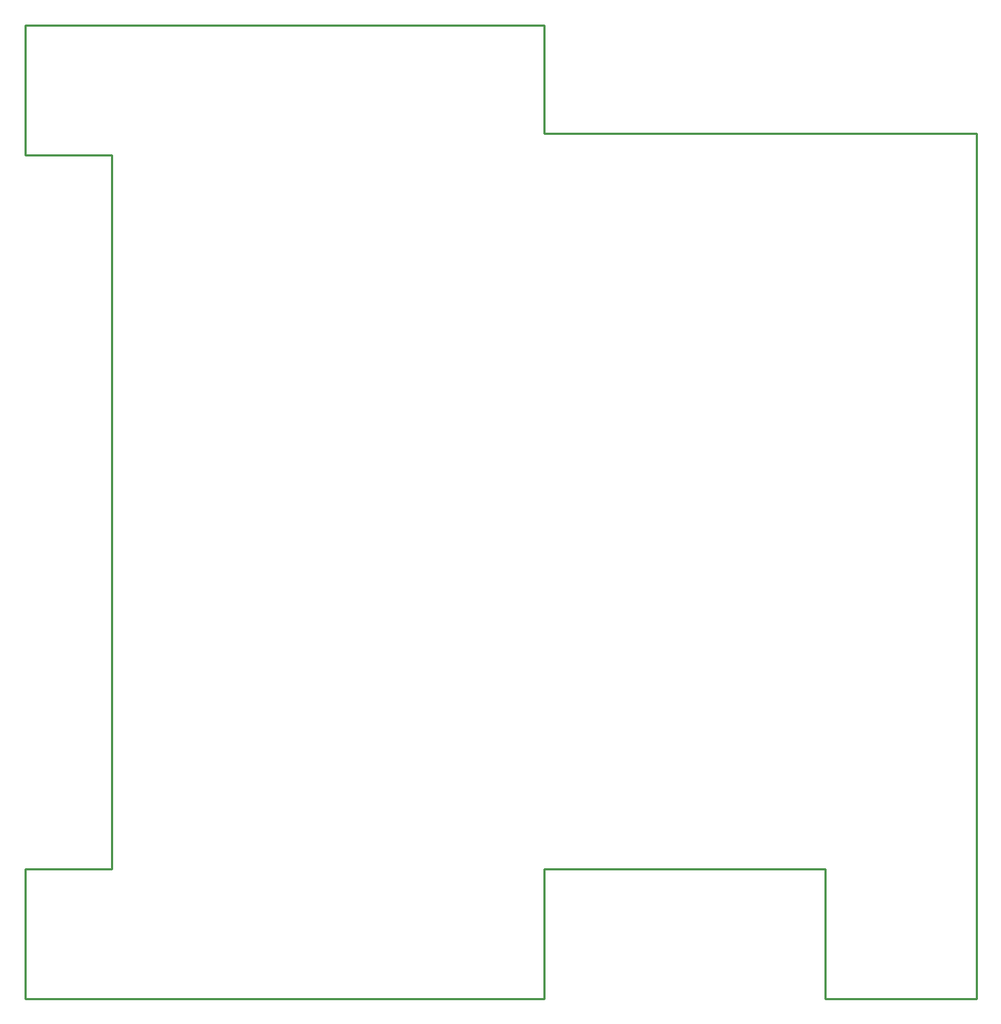
<source format=gko>
G04 Layer: BoardOutlineLayer*
G04 EasyEDA v6.5.29, 2023-07-16 15:11:24*
G04 99f5339e4df7426c99419d12bbbac394,5a6b42c53f6a479593ecc07194224c93,10*
G04 Gerber Generator version 0.2*
G04 Scale: 100 percent, Rotated: No, Reflected: No *
G04 Dimensions in millimeters *
G04 leading zeros omitted , absolute positions ,4 integer and 5 decimal *
%FSLAX45Y45*%
%MOMM*%

%ADD10C,0.2540*%
D10*
X0Y508000D02*
G01*
X6096000Y508000D01*
X6096000Y2032000D01*
X9398000Y2032000D01*
X9398000Y508000D01*
X11176000Y508000D01*
X11176000Y10668000D01*
X6096000Y10668000D01*
X6096000Y10668000D01*
X6096000Y11938000D01*
X0Y11938000D01*
X0Y10414000D01*
X1016000Y10414000D01*
X1016000Y2032000D01*
X0Y2032000D01*
X0Y508000D01*

%LPD*%
M02*

</source>
